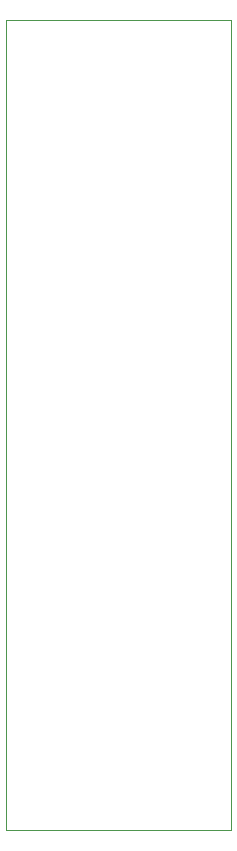
<source format=gbr>
%TF.GenerationSoftware,KiCad,Pcbnew,(5.1.8)-1*%
%TF.CreationDate,2021-01-05T22:27:56+01:00*%
%TF.ProjectId,HeadphoneOutV1,48656164-7068-46f6-9e65-4f757456312e,rev?*%
%TF.SameCoordinates,Original*%
%TF.FileFunction,Profile,NP*%
%FSLAX46Y46*%
G04 Gerber Fmt 4.6, Leading zero omitted, Abs format (unit mm)*
G04 Created by KiCad (PCBNEW (5.1.8)-1) date 2021-01-05 22:27:56*
%MOMM*%
%LPD*%
G01*
G04 APERTURE LIST*
%TA.AperFunction,Profile*%
%ADD10C,0.050000*%
%TD*%
G04 APERTURE END LIST*
D10*
X44450000Y-106680000D02*
X44450000Y-38100000D01*
X25400000Y-38100000D02*
X25400000Y-106680000D01*
X44450000Y-106680000D02*
X25400000Y-106680000D01*
X25400000Y-38100000D02*
X44450000Y-38100000D01*
M02*

</source>
